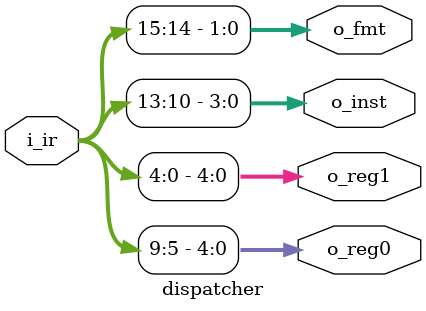
<source format=v>
module dispatcher(i_ir, o_fmt, o_inst, o_reg0, o_reg1);
    input [15:0] i_ir;

    output [4:0] o_reg0, o_reg1;
    output [3:0] o_inst;
    output [1:0] o_fmt;

    assign o_fmt  = i_ir[15:14];
    assign o_inst = i_ir[13:10];
    assign o_reg0 = i_ir[ 9: 5];
    assign o_reg1 = i_ir[ 4: 0];

endmodule


</source>
